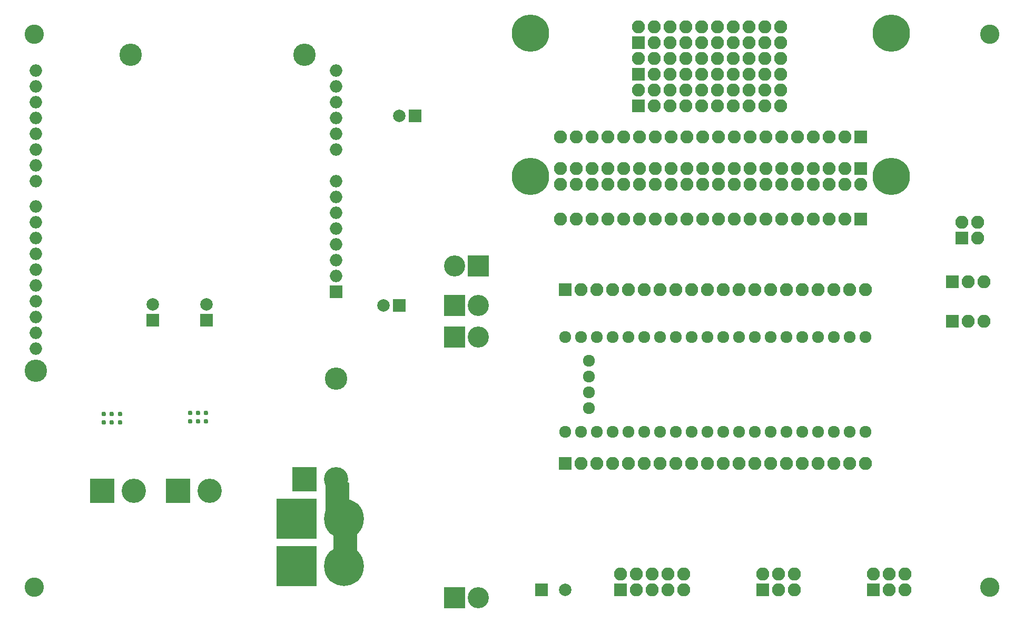
<source format=gbs>
G04 #@! TF.GenerationSoftware,KiCad,Pcbnew,(5.1.2)-2*
G04 #@! TF.CreationDate,2019-06-10T17:10:01+02:00*
G04 #@! TF.ProjectId,GB2,4742322e-6b69-4636-9164-5f7063625858,rev?*
G04 #@! TF.SameCoordinates,Original*
G04 #@! TF.FileFunction,Soldermask,Bot*
G04 #@! TF.FilePolarity,Negative*
%FSLAX46Y46*%
G04 Gerber Fmt 4.6, Leading zero omitted, Abs format (unit mm)*
G04 Created by KiCad (PCBNEW (5.1.2)-2) date 2019-06-10 17:10:01*
%MOMM*%
%LPD*%
G04 APERTURE LIST*
%ADD10C,3.600000*%
%ADD11O,2.000000X2.000000*%
%ADD12R,2.000000X2.000000*%
%ADD13C,0.770000*%
%ADD14C,3.900120*%
%ADD15R,3.900120X3.900120*%
%ADD16C,2.000000*%
%ADD17C,1.924000*%
%ADD18C,6.000000*%
%ADD19O,2.100000X2.100000*%
%ADD20R,2.100000X2.100000*%
%ADD21C,3.399740*%
%ADD22R,3.399740X3.399740*%
%ADD23C,3.100000*%
%ADD24C,6.399480*%
%ADD25R,6.399480X6.399480*%
%ADD26C,0.254000*%
G04 APERTURE END LIST*
D10*
X102108000Y-53848000D03*
X74168000Y-53848000D03*
X58928000Y-104648000D03*
X107188000Y-105918000D03*
D11*
X58928000Y-58928000D03*
X58928000Y-56388000D03*
X58928000Y-96008000D03*
X107188000Y-56388000D03*
X58928000Y-93468000D03*
X107188000Y-58928000D03*
X58928000Y-90928000D03*
X107188000Y-61468000D03*
X58928000Y-88388000D03*
X107188000Y-64008000D03*
X58928000Y-85848000D03*
X107188000Y-66548000D03*
X58928000Y-83308000D03*
X107188000Y-69088000D03*
X58928000Y-80768000D03*
X107188000Y-74168000D03*
X58928000Y-78228000D03*
X107188000Y-76708000D03*
X58928000Y-74168000D03*
X107188000Y-79248000D03*
X58928000Y-71628000D03*
X107188000Y-81788000D03*
X58928000Y-69088000D03*
X107188000Y-84328000D03*
X58928000Y-66548000D03*
X107188000Y-86868000D03*
X58928000Y-64008000D03*
X107188000Y-89408000D03*
X58928000Y-61468000D03*
D12*
X107188000Y-91948000D03*
D11*
X58928000Y-98548000D03*
X58928000Y-101088000D03*
D13*
X69820000Y-112918000D03*
X69820000Y-111618000D03*
X72420000Y-112918000D03*
X71120000Y-112918000D03*
X71120000Y-111618000D03*
X72420000Y-111618000D03*
X83663000Y-112745000D03*
X83663000Y-111445000D03*
X86263000Y-112745000D03*
X84963000Y-112745000D03*
X84963000Y-111445000D03*
X86263000Y-111445000D03*
D14*
X74676000Y-123952000D03*
D15*
X69596000Y-123952000D03*
D14*
X86868000Y-123952000D03*
D15*
X81788000Y-123952000D03*
D16*
X77724000Y-94020000D03*
D12*
X77724000Y-96520000D03*
D16*
X86360000Y-94020000D03*
D12*
X86360000Y-96520000D03*
D17*
X143980000Y-99210000D03*
X146520000Y-99210000D03*
X149060000Y-99210000D03*
X151600000Y-99210000D03*
X154140000Y-99210000D03*
X156680000Y-99210000D03*
X159220000Y-99210000D03*
X161760000Y-99210000D03*
X164300000Y-99210000D03*
X166840000Y-99210000D03*
X169380000Y-99210000D03*
X171920000Y-99210000D03*
X174460000Y-99210000D03*
X177000000Y-99210000D03*
X179540000Y-99210000D03*
X182080000Y-99210000D03*
X184620000Y-99210000D03*
X187160000Y-99210000D03*
X189700000Y-99210000D03*
X192240000Y-99210000D03*
X192240000Y-114450000D03*
X189700000Y-114450000D03*
X187160000Y-114450000D03*
X184620000Y-114450000D03*
X182080000Y-114450000D03*
X179540000Y-114450000D03*
X177000000Y-114450000D03*
X174460000Y-114450000D03*
X171920000Y-114450000D03*
X169380000Y-114450000D03*
X166840000Y-114450000D03*
X164300000Y-114450000D03*
X161760000Y-114450000D03*
X159220000Y-114450000D03*
X156680000Y-114450000D03*
X154140000Y-114450000D03*
X151600000Y-114450000D03*
X149060000Y-114450000D03*
X146520000Y-114450000D03*
X143980000Y-114450000D03*
X147790000Y-110640000D03*
X147790000Y-108100000D03*
X147790000Y-105560000D03*
X147790000Y-103020000D03*
D18*
X138386000Y-73406000D03*
X196386000Y-50406000D03*
X138386000Y-50406000D03*
X196386000Y-73406000D03*
D19*
X143256000Y-74676000D03*
X143256000Y-72136000D03*
X161036000Y-74676000D03*
X161036000Y-72136000D03*
X166116000Y-74676000D03*
X166116000Y-72136000D03*
X155956000Y-74676000D03*
X155956000Y-72136000D03*
X183896000Y-74676000D03*
X183896000Y-72136000D03*
X153416000Y-74676000D03*
X153416000Y-72136000D03*
X171196000Y-74676000D03*
X171196000Y-72136000D03*
X148336000Y-74676000D03*
X148336000Y-72136000D03*
X150876000Y-74676000D03*
X150876000Y-72136000D03*
X145796000Y-74676000D03*
X145796000Y-72136000D03*
X168656000Y-74676000D03*
X168656000Y-72136000D03*
X181356000Y-74676000D03*
X181356000Y-72136000D03*
X176276000Y-74676000D03*
X176276000Y-72136000D03*
X158496000Y-74676000D03*
X158496000Y-72136000D03*
X178816000Y-74676000D03*
X178816000Y-72136000D03*
X163576000Y-74676000D03*
X163576000Y-72136000D03*
D20*
X191516000Y-72136000D03*
D19*
X191516000Y-74676000D03*
X186436000Y-72136000D03*
X188976000Y-74676000D03*
X173736000Y-74676000D03*
X173736000Y-72136000D03*
X188976000Y-72136000D03*
X186436000Y-74676000D03*
X210312000Y-80772000D03*
X210312000Y-83312000D03*
X207772000Y-80772000D03*
D20*
X207772000Y-83312000D03*
D21*
X130010000Y-99210000D03*
D22*
X126200000Y-99210000D03*
D23*
X58600000Y-139450000D03*
D16*
X117350000Y-63650000D03*
D12*
X119850000Y-63650000D03*
D16*
X114810000Y-94130000D03*
D12*
X117310000Y-94130000D03*
D16*
X143970000Y-139850000D03*
D12*
X140170000Y-139850000D03*
D19*
X178600000Y-49380000D03*
X178600000Y-51920000D03*
X176060000Y-49380000D03*
X176060000Y-51920000D03*
X173520000Y-49380000D03*
X173520000Y-51920000D03*
X170980000Y-49380000D03*
X170980000Y-51920000D03*
X168440000Y-49380000D03*
X168440000Y-51920000D03*
X165900000Y-49380000D03*
X165900000Y-51920000D03*
X163360000Y-49380000D03*
X163360000Y-51920000D03*
X160820000Y-49380000D03*
X160820000Y-51920000D03*
X158280000Y-49380000D03*
X158280000Y-51920000D03*
X155740000Y-49380000D03*
D20*
X155740000Y-51920000D03*
D19*
X178600000Y-54460000D03*
X178600000Y-57000000D03*
X176060000Y-54460000D03*
X176060000Y-57000000D03*
X173520000Y-54460000D03*
X173520000Y-57000000D03*
X170980000Y-54460000D03*
X170980000Y-57000000D03*
X168440000Y-54460000D03*
X168440000Y-57000000D03*
X165900000Y-54460000D03*
X165900000Y-57000000D03*
X163360000Y-54460000D03*
X163360000Y-57000000D03*
X160820000Y-54460000D03*
X160820000Y-57000000D03*
X158280000Y-54460000D03*
X158280000Y-57000000D03*
X155740000Y-54460000D03*
D20*
X155740000Y-57000000D03*
D19*
X178600000Y-59540000D03*
X178600000Y-62080000D03*
X176060000Y-59540000D03*
X176060000Y-62080000D03*
X173520000Y-59540000D03*
X173520000Y-62080000D03*
X170980000Y-59540000D03*
X170980000Y-62080000D03*
X168440000Y-59540000D03*
X168440000Y-62080000D03*
X165900000Y-59540000D03*
X165900000Y-62080000D03*
X163360000Y-59540000D03*
X163360000Y-62080000D03*
X160820000Y-59540000D03*
X160820000Y-62080000D03*
X158280000Y-59540000D03*
X158280000Y-62080000D03*
X155740000Y-59540000D03*
D20*
X155740000Y-62080000D03*
D21*
X126200000Y-87780000D03*
D22*
X130010000Y-87780000D03*
D14*
X107150000Y-122070000D03*
D15*
X102070000Y-122070000D03*
D24*
X108420000Y-128420000D03*
D25*
X100800000Y-128420000D03*
D19*
X211290000Y-96670000D03*
X208750000Y-96670000D03*
D20*
X206210000Y-96670000D03*
D19*
X211290000Y-90320000D03*
X208750000Y-90320000D03*
D20*
X206210000Y-90320000D03*
D19*
X163030000Y-137310000D03*
X163030000Y-139850000D03*
X160490000Y-137310000D03*
X160490000Y-139850000D03*
X157950000Y-137310000D03*
X157950000Y-139850000D03*
X155410000Y-137310000D03*
X155410000Y-139850000D03*
X152870000Y-137310000D03*
D20*
X152870000Y-139850000D03*
D21*
X130010000Y-94130000D03*
D22*
X126200000Y-94130000D03*
D21*
X130010000Y-141120000D03*
D22*
X126200000Y-141120000D03*
D24*
X108420000Y-136040000D03*
D25*
X100800000Y-136040000D03*
D19*
X198590000Y-137310000D03*
X198590000Y-139850000D03*
X196050000Y-137310000D03*
X196050000Y-139850000D03*
X193510000Y-137310000D03*
D20*
X193510000Y-139850000D03*
D19*
X180810000Y-137310000D03*
X180810000Y-139850000D03*
X178270000Y-137310000D03*
X178270000Y-139850000D03*
X175730000Y-137310000D03*
D20*
X175730000Y-139850000D03*
D19*
X192240000Y-119530000D03*
X189700000Y-119530000D03*
X187160000Y-119530000D03*
X184620000Y-119530000D03*
X182080000Y-119530000D03*
X179540000Y-119530000D03*
X177000000Y-119530000D03*
X174460000Y-119530000D03*
X171920000Y-119530000D03*
X169380000Y-119530000D03*
X166840000Y-119530000D03*
X164300000Y-119530000D03*
X161760000Y-119530000D03*
X159220000Y-119530000D03*
X156680000Y-119530000D03*
X154140000Y-119530000D03*
X151600000Y-119530000D03*
X149060000Y-119530000D03*
X146520000Y-119530000D03*
D20*
X143980000Y-119530000D03*
D19*
X192240000Y-91590000D03*
X189700000Y-91590000D03*
X187160000Y-91590000D03*
X184620000Y-91590000D03*
X182080000Y-91590000D03*
X179540000Y-91590000D03*
X177000000Y-91590000D03*
X174460000Y-91590000D03*
X171920000Y-91590000D03*
X169380000Y-91590000D03*
X166840000Y-91590000D03*
X164300000Y-91590000D03*
X161760000Y-91590000D03*
X159220000Y-91590000D03*
X156680000Y-91590000D03*
X154140000Y-91590000D03*
X151600000Y-91590000D03*
X149060000Y-91590000D03*
X146520000Y-91590000D03*
D20*
X143980000Y-91590000D03*
D19*
X143256000Y-67056000D03*
X145796000Y-67056000D03*
X148336000Y-67056000D03*
X150876000Y-67056000D03*
X153416000Y-67056000D03*
X155956000Y-67056000D03*
X158496000Y-67056000D03*
X161036000Y-67056000D03*
X163576000Y-67056000D03*
X166116000Y-67056000D03*
X168656000Y-67056000D03*
X171196000Y-67056000D03*
X173736000Y-67056000D03*
X176276000Y-67056000D03*
X178816000Y-67056000D03*
X181356000Y-67056000D03*
X183896000Y-67056000D03*
X186436000Y-67056000D03*
X188976000Y-67056000D03*
D20*
X191516000Y-67056000D03*
D19*
X143256000Y-80264000D03*
X145796000Y-80264000D03*
X148336000Y-80264000D03*
X150876000Y-80264000D03*
X153416000Y-80264000D03*
X155956000Y-80264000D03*
X158496000Y-80264000D03*
X161036000Y-80264000D03*
X163576000Y-80264000D03*
X166116000Y-80264000D03*
X168656000Y-80264000D03*
X171196000Y-80264000D03*
X173736000Y-80264000D03*
X176276000Y-80264000D03*
X178816000Y-80264000D03*
X181356000Y-80264000D03*
X183896000Y-80264000D03*
X186436000Y-80264000D03*
X188976000Y-80264000D03*
D20*
X191516000Y-80264000D03*
D23*
X58600000Y-50550000D03*
X212240000Y-139450000D03*
X212240000Y-50550000D03*
D26*
G36*
X108471330Y-128143000D02*
G01*
X105537000Y-128143000D01*
X105537000Y-122682000D01*
X109078108Y-122682000D01*
X108471330Y-128143000D01*
X108471330Y-128143000D01*
G37*
X108471330Y-128143000D02*
X105537000Y-128143000D01*
X105537000Y-122682000D01*
X109078108Y-122682000D01*
X108471330Y-128143000D01*
G36*
X110363000Y-135763000D02*
G01*
X106807000Y-135763000D01*
X106807000Y-130937000D01*
X110363000Y-130937000D01*
X110363000Y-135763000D01*
X110363000Y-135763000D01*
G37*
X110363000Y-135763000D02*
X106807000Y-135763000D01*
X106807000Y-130937000D01*
X110363000Y-130937000D01*
X110363000Y-135763000D01*
G36*
X109093000Y-126873000D02*
G01*
X108712000Y-126873000D01*
X108712000Y-122682000D01*
X109093000Y-122682000D01*
X109093000Y-126873000D01*
X109093000Y-126873000D01*
G37*
X109093000Y-126873000D02*
X108712000Y-126873000D01*
X108712000Y-122682000D01*
X109093000Y-122682000D01*
X109093000Y-126873000D01*
M02*

</source>
